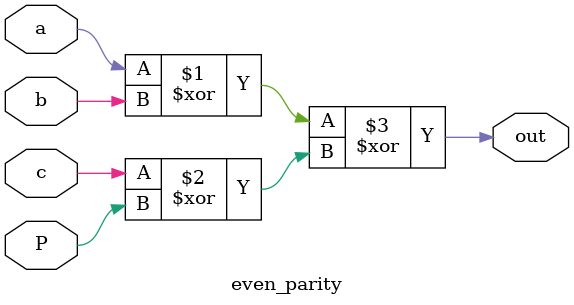
<source format=v>
module even_parity( input a,b,c,P, output out);
  assign out=((a^b)^(c^P));
endmodule

</source>
